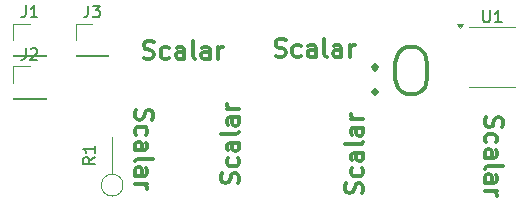
<source format=gbr>
%TF.GenerationSoftware,KiCad,Pcbnew,9.0.1*%
%TF.CreationDate,2025-07-31T19:05:46-04:00*%
%TF.ProjectId,droneled,64726f6e-656c-4656-942e-6b696361645f,rev?*%
%TF.SameCoordinates,Original*%
%TF.FileFunction,Legend,Top*%
%TF.FilePolarity,Positive*%
%FSLAX46Y46*%
G04 Gerber Fmt 4.6, Leading zero omitted, Abs format (unit mm)*
G04 Created by KiCad (PCBNEW 9.0.1) date 2025-07-31 19:05:46*
%MOMM*%
%LPD*%
G01*
G04 APERTURE LIST*
%ADD10C,0.300000*%
%ADD11C,0.150000*%
%ADD12C,0.120000*%
G04 APERTURE END LIST*
D10*
X145663082Y-112949400D02*
X145877368Y-113020828D01*
X145877368Y-113020828D02*
X146234510Y-113020828D01*
X146234510Y-113020828D02*
X146377368Y-112949400D01*
X146377368Y-112949400D02*
X146448796Y-112877971D01*
X146448796Y-112877971D02*
X146520225Y-112735114D01*
X146520225Y-112735114D02*
X146520225Y-112592257D01*
X146520225Y-112592257D02*
X146448796Y-112449400D01*
X146448796Y-112449400D02*
X146377368Y-112377971D01*
X146377368Y-112377971D02*
X146234510Y-112306542D01*
X146234510Y-112306542D02*
X145948796Y-112235114D01*
X145948796Y-112235114D02*
X145805939Y-112163685D01*
X145805939Y-112163685D02*
X145734510Y-112092257D01*
X145734510Y-112092257D02*
X145663082Y-111949400D01*
X145663082Y-111949400D02*
X145663082Y-111806542D01*
X145663082Y-111806542D02*
X145734510Y-111663685D01*
X145734510Y-111663685D02*
X145805939Y-111592257D01*
X145805939Y-111592257D02*
X145948796Y-111520828D01*
X145948796Y-111520828D02*
X146305939Y-111520828D01*
X146305939Y-111520828D02*
X146520225Y-111592257D01*
X147805939Y-112949400D02*
X147663081Y-113020828D01*
X147663081Y-113020828D02*
X147377367Y-113020828D01*
X147377367Y-113020828D02*
X147234510Y-112949400D01*
X147234510Y-112949400D02*
X147163081Y-112877971D01*
X147163081Y-112877971D02*
X147091653Y-112735114D01*
X147091653Y-112735114D02*
X147091653Y-112306542D01*
X147091653Y-112306542D02*
X147163081Y-112163685D01*
X147163081Y-112163685D02*
X147234510Y-112092257D01*
X147234510Y-112092257D02*
X147377367Y-112020828D01*
X147377367Y-112020828D02*
X147663081Y-112020828D01*
X147663081Y-112020828D02*
X147805939Y-112092257D01*
X149091653Y-113020828D02*
X149091653Y-112235114D01*
X149091653Y-112235114D02*
X149020224Y-112092257D01*
X149020224Y-112092257D02*
X148877367Y-112020828D01*
X148877367Y-112020828D02*
X148591653Y-112020828D01*
X148591653Y-112020828D02*
X148448795Y-112092257D01*
X149091653Y-112949400D02*
X148948795Y-113020828D01*
X148948795Y-113020828D02*
X148591653Y-113020828D01*
X148591653Y-113020828D02*
X148448795Y-112949400D01*
X148448795Y-112949400D02*
X148377367Y-112806542D01*
X148377367Y-112806542D02*
X148377367Y-112663685D01*
X148377367Y-112663685D02*
X148448795Y-112520828D01*
X148448795Y-112520828D02*
X148591653Y-112449400D01*
X148591653Y-112449400D02*
X148948795Y-112449400D01*
X148948795Y-112449400D02*
X149091653Y-112377971D01*
X150020224Y-113020828D02*
X149877367Y-112949400D01*
X149877367Y-112949400D02*
X149805938Y-112806542D01*
X149805938Y-112806542D02*
X149805938Y-111520828D01*
X151234510Y-113020828D02*
X151234510Y-112235114D01*
X151234510Y-112235114D02*
X151163081Y-112092257D01*
X151163081Y-112092257D02*
X151020224Y-112020828D01*
X151020224Y-112020828D02*
X150734510Y-112020828D01*
X150734510Y-112020828D02*
X150591652Y-112092257D01*
X151234510Y-112949400D02*
X151091652Y-113020828D01*
X151091652Y-113020828D02*
X150734510Y-113020828D01*
X150734510Y-113020828D02*
X150591652Y-112949400D01*
X150591652Y-112949400D02*
X150520224Y-112806542D01*
X150520224Y-112806542D02*
X150520224Y-112663685D01*
X150520224Y-112663685D02*
X150591652Y-112520828D01*
X150591652Y-112520828D02*
X150734510Y-112449400D01*
X150734510Y-112449400D02*
X151091652Y-112449400D01*
X151091652Y-112449400D02*
X151234510Y-112377971D01*
X151948795Y-113020828D02*
X151948795Y-112020828D01*
X151948795Y-112306542D02*
X152020224Y-112163685D01*
X152020224Y-112163685D02*
X152091653Y-112092257D01*
X152091653Y-112092257D02*
X152234510Y-112020828D01*
X152234510Y-112020828D02*
X152377367Y-112020828D01*
X174630600Y-117963082D02*
X174559171Y-118177368D01*
X174559171Y-118177368D02*
X174559171Y-118534510D01*
X174559171Y-118534510D02*
X174630600Y-118677368D01*
X174630600Y-118677368D02*
X174702028Y-118748796D01*
X174702028Y-118748796D02*
X174844885Y-118820225D01*
X174844885Y-118820225D02*
X174987742Y-118820225D01*
X174987742Y-118820225D02*
X175130600Y-118748796D01*
X175130600Y-118748796D02*
X175202028Y-118677368D01*
X175202028Y-118677368D02*
X175273457Y-118534510D01*
X175273457Y-118534510D02*
X175344885Y-118248796D01*
X175344885Y-118248796D02*
X175416314Y-118105939D01*
X175416314Y-118105939D02*
X175487742Y-118034510D01*
X175487742Y-118034510D02*
X175630600Y-117963082D01*
X175630600Y-117963082D02*
X175773457Y-117963082D01*
X175773457Y-117963082D02*
X175916314Y-118034510D01*
X175916314Y-118034510D02*
X175987742Y-118105939D01*
X175987742Y-118105939D02*
X176059171Y-118248796D01*
X176059171Y-118248796D02*
X176059171Y-118605939D01*
X176059171Y-118605939D02*
X175987742Y-118820225D01*
X174630600Y-120105939D02*
X174559171Y-119963081D01*
X174559171Y-119963081D02*
X174559171Y-119677367D01*
X174559171Y-119677367D02*
X174630600Y-119534510D01*
X174630600Y-119534510D02*
X174702028Y-119463081D01*
X174702028Y-119463081D02*
X174844885Y-119391653D01*
X174844885Y-119391653D02*
X175273457Y-119391653D01*
X175273457Y-119391653D02*
X175416314Y-119463081D01*
X175416314Y-119463081D02*
X175487742Y-119534510D01*
X175487742Y-119534510D02*
X175559171Y-119677367D01*
X175559171Y-119677367D02*
X175559171Y-119963081D01*
X175559171Y-119963081D02*
X175487742Y-120105939D01*
X174559171Y-121391653D02*
X175344885Y-121391653D01*
X175344885Y-121391653D02*
X175487742Y-121320224D01*
X175487742Y-121320224D02*
X175559171Y-121177367D01*
X175559171Y-121177367D02*
X175559171Y-120891653D01*
X175559171Y-120891653D02*
X175487742Y-120748795D01*
X174630600Y-121391653D02*
X174559171Y-121248795D01*
X174559171Y-121248795D02*
X174559171Y-120891653D01*
X174559171Y-120891653D02*
X174630600Y-120748795D01*
X174630600Y-120748795D02*
X174773457Y-120677367D01*
X174773457Y-120677367D02*
X174916314Y-120677367D01*
X174916314Y-120677367D02*
X175059171Y-120748795D01*
X175059171Y-120748795D02*
X175130600Y-120891653D01*
X175130600Y-120891653D02*
X175130600Y-121248795D01*
X175130600Y-121248795D02*
X175202028Y-121391653D01*
X174559171Y-122320224D02*
X174630600Y-122177367D01*
X174630600Y-122177367D02*
X174773457Y-122105938D01*
X174773457Y-122105938D02*
X176059171Y-122105938D01*
X174559171Y-123534510D02*
X175344885Y-123534510D01*
X175344885Y-123534510D02*
X175487742Y-123463081D01*
X175487742Y-123463081D02*
X175559171Y-123320224D01*
X175559171Y-123320224D02*
X175559171Y-123034510D01*
X175559171Y-123034510D02*
X175487742Y-122891652D01*
X174630600Y-123534510D02*
X174559171Y-123391652D01*
X174559171Y-123391652D02*
X174559171Y-123034510D01*
X174559171Y-123034510D02*
X174630600Y-122891652D01*
X174630600Y-122891652D02*
X174773457Y-122820224D01*
X174773457Y-122820224D02*
X174916314Y-122820224D01*
X174916314Y-122820224D02*
X175059171Y-122891652D01*
X175059171Y-122891652D02*
X175130600Y-123034510D01*
X175130600Y-123034510D02*
X175130600Y-123391652D01*
X175130600Y-123391652D02*
X175202028Y-123534510D01*
X174559171Y-124248795D02*
X175559171Y-124248795D01*
X175273457Y-124248795D02*
X175416314Y-124320224D01*
X175416314Y-124320224D02*
X175487742Y-124391653D01*
X175487742Y-124391653D02*
X175559171Y-124534510D01*
X175559171Y-124534510D02*
X175559171Y-124677367D01*
X153659400Y-123566917D02*
X153730828Y-123352632D01*
X153730828Y-123352632D02*
X153730828Y-122995489D01*
X153730828Y-122995489D02*
X153659400Y-122852632D01*
X153659400Y-122852632D02*
X153587971Y-122781203D01*
X153587971Y-122781203D02*
X153445114Y-122709774D01*
X153445114Y-122709774D02*
X153302257Y-122709774D01*
X153302257Y-122709774D02*
X153159400Y-122781203D01*
X153159400Y-122781203D02*
X153087971Y-122852632D01*
X153087971Y-122852632D02*
X153016542Y-122995489D01*
X153016542Y-122995489D02*
X152945114Y-123281203D01*
X152945114Y-123281203D02*
X152873685Y-123424060D01*
X152873685Y-123424060D02*
X152802257Y-123495489D01*
X152802257Y-123495489D02*
X152659400Y-123566917D01*
X152659400Y-123566917D02*
X152516542Y-123566917D01*
X152516542Y-123566917D02*
X152373685Y-123495489D01*
X152373685Y-123495489D02*
X152302257Y-123424060D01*
X152302257Y-123424060D02*
X152230828Y-123281203D01*
X152230828Y-123281203D02*
X152230828Y-122924060D01*
X152230828Y-122924060D02*
X152302257Y-122709774D01*
X153659400Y-121424061D02*
X153730828Y-121566918D01*
X153730828Y-121566918D02*
X153730828Y-121852632D01*
X153730828Y-121852632D02*
X153659400Y-121995489D01*
X153659400Y-121995489D02*
X153587971Y-122066918D01*
X153587971Y-122066918D02*
X153445114Y-122138346D01*
X153445114Y-122138346D02*
X153016542Y-122138346D01*
X153016542Y-122138346D02*
X152873685Y-122066918D01*
X152873685Y-122066918D02*
X152802257Y-121995489D01*
X152802257Y-121995489D02*
X152730828Y-121852632D01*
X152730828Y-121852632D02*
X152730828Y-121566918D01*
X152730828Y-121566918D02*
X152802257Y-121424061D01*
X153730828Y-120138347D02*
X152945114Y-120138347D01*
X152945114Y-120138347D02*
X152802257Y-120209775D01*
X152802257Y-120209775D02*
X152730828Y-120352632D01*
X152730828Y-120352632D02*
X152730828Y-120638347D01*
X152730828Y-120638347D02*
X152802257Y-120781204D01*
X153659400Y-120138347D02*
X153730828Y-120281204D01*
X153730828Y-120281204D02*
X153730828Y-120638347D01*
X153730828Y-120638347D02*
X153659400Y-120781204D01*
X153659400Y-120781204D02*
X153516542Y-120852632D01*
X153516542Y-120852632D02*
X153373685Y-120852632D01*
X153373685Y-120852632D02*
X153230828Y-120781204D01*
X153230828Y-120781204D02*
X153159400Y-120638347D01*
X153159400Y-120638347D02*
X153159400Y-120281204D01*
X153159400Y-120281204D02*
X153087971Y-120138347D01*
X153730828Y-119209775D02*
X153659400Y-119352632D01*
X153659400Y-119352632D02*
X153516542Y-119424061D01*
X153516542Y-119424061D02*
X152230828Y-119424061D01*
X153730828Y-117995490D02*
X152945114Y-117995490D01*
X152945114Y-117995490D02*
X152802257Y-118066918D01*
X152802257Y-118066918D02*
X152730828Y-118209775D01*
X152730828Y-118209775D02*
X152730828Y-118495490D01*
X152730828Y-118495490D02*
X152802257Y-118638347D01*
X153659400Y-117995490D02*
X153730828Y-118138347D01*
X153730828Y-118138347D02*
X153730828Y-118495490D01*
X153730828Y-118495490D02*
X153659400Y-118638347D01*
X153659400Y-118638347D02*
X153516542Y-118709775D01*
X153516542Y-118709775D02*
X153373685Y-118709775D01*
X153373685Y-118709775D02*
X153230828Y-118638347D01*
X153230828Y-118638347D02*
X153159400Y-118495490D01*
X153159400Y-118495490D02*
X153159400Y-118138347D01*
X153159400Y-118138347D02*
X153087971Y-117995490D01*
X153730828Y-117281204D02*
X152730828Y-117281204D01*
X153016542Y-117281204D02*
X152873685Y-117209775D01*
X152873685Y-117209775D02*
X152802257Y-117138347D01*
X152802257Y-117138347D02*
X152730828Y-116995489D01*
X152730828Y-116995489D02*
X152730828Y-116852632D01*
X165259748Y-115653923D02*
X165450225Y-115844400D01*
X165450225Y-115844400D02*
X165259748Y-116034876D01*
X165259748Y-116034876D02*
X165069272Y-115844400D01*
X165069272Y-115844400D02*
X165259748Y-115653923D01*
X165259748Y-115653923D02*
X165259748Y-116034876D01*
X165259748Y-113558685D02*
X165450225Y-113749161D01*
X165450225Y-113749161D02*
X165259748Y-113939638D01*
X165259748Y-113939638D02*
X165069272Y-113749161D01*
X165069272Y-113749161D02*
X165259748Y-113558685D01*
X165259748Y-113558685D02*
X165259748Y-113939638D01*
X167926415Y-112034876D02*
X168688320Y-112034876D01*
X168688320Y-112034876D02*
X169069272Y-112225352D01*
X169069272Y-112225352D02*
X169450225Y-112606304D01*
X169450225Y-112606304D02*
X169640701Y-113368209D01*
X169640701Y-113368209D02*
X169640701Y-114701542D01*
X169640701Y-114701542D02*
X169450225Y-115463447D01*
X169450225Y-115463447D02*
X169069272Y-115844400D01*
X169069272Y-115844400D02*
X168688320Y-116034876D01*
X168688320Y-116034876D02*
X167926415Y-116034876D01*
X167926415Y-116034876D02*
X167545463Y-115844400D01*
X167545463Y-115844400D02*
X167164510Y-115463447D01*
X167164510Y-115463447D02*
X166974034Y-114701542D01*
X166974034Y-114701542D02*
X166974034Y-113368209D01*
X166974034Y-113368209D02*
X167164510Y-112606304D01*
X167164510Y-112606304D02*
X167545463Y-112225352D01*
X167545463Y-112225352D02*
X167926415Y-112034876D01*
X164169400Y-124416917D02*
X164240828Y-124202632D01*
X164240828Y-124202632D02*
X164240828Y-123845489D01*
X164240828Y-123845489D02*
X164169400Y-123702632D01*
X164169400Y-123702632D02*
X164097971Y-123631203D01*
X164097971Y-123631203D02*
X163955114Y-123559774D01*
X163955114Y-123559774D02*
X163812257Y-123559774D01*
X163812257Y-123559774D02*
X163669400Y-123631203D01*
X163669400Y-123631203D02*
X163597971Y-123702632D01*
X163597971Y-123702632D02*
X163526542Y-123845489D01*
X163526542Y-123845489D02*
X163455114Y-124131203D01*
X163455114Y-124131203D02*
X163383685Y-124274060D01*
X163383685Y-124274060D02*
X163312257Y-124345489D01*
X163312257Y-124345489D02*
X163169400Y-124416917D01*
X163169400Y-124416917D02*
X163026542Y-124416917D01*
X163026542Y-124416917D02*
X162883685Y-124345489D01*
X162883685Y-124345489D02*
X162812257Y-124274060D01*
X162812257Y-124274060D02*
X162740828Y-124131203D01*
X162740828Y-124131203D02*
X162740828Y-123774060D01*
X162740828Y-123774060D02*
X162812257Y-123559774D01*
X164169400Y-122274061D02*
X164240828Y-122416918D01*
X164240828Y-122416918D02*
X164240828Y-122702632D01*
X164240828Y-122702632D02*
X164169400Y-122845489D01*
X164169400Y-122845489D02*
X164097971Y-122916918D01*
X164097971Y-122916918D02*
X163955114Y-122988346D01*
X163955114Y-122988346D02*
X163526542Y-122988346D01*
X163526542Y-122988346D02*
X163383685Y-122916918D01*
X163383685Y-122916918D02*
X163312257Y-122845489D01*
X163312257Y-122845489D02*
X163240828Y-122702632D01*
X163240828Y-122702632D02*
X163240828Y-122416918D01*
X163240828Y-122416918D02*
X163312257Y-122274061D01*
X164240828Y-120988347D02*
X163455114Y-120988347D01*
X163455114Y-120988347D02*
X163312257Y-121059775D01*
X163312257Y-121059775D02*
X163240828Y-121202632D01*
X163240828Y-121202632D02*
X163240828Y-121488347D01*
X163240828Y-121488347D02*
X163312257Y-121631204D01*
X164169400Y-120988347D02*
X164240828Y-121131204D01*
X164240828Y-121131204D02*
X164240828Y-121488347D01*
X164240828Y-121488347D02*
X164169400Y-121631204D01*
X164169400Y-121631204D02*
X164026542Y-121702632D01*
X164026542Y-121702632D02*
X163883685Y-121702632D01*
X163883685Y-121702632D02*
X163740828Y-121631204D01*
X163740828Y-121631204D02*
X163669400Y-121488347D01*
X163669400Y-121488347D02*
X163669400Y-121131204D01*
X163669400Y-121131204D02*
X163597971Y-120988347D01*
X164240828Y-120059775D02*
X164169400Y-120202632D01*
X164169400Y-120202632D02*
X164026542Y-120274061D01*
X164026542Y-120274061D02*
X162740828Y-120274061D01*
X164240828Y-118845490D02*
X163455114Y-118845490D01*
X163455114Y-118845490D02*
X163312257Y-118916918D01*
X163312257Y-118916918D02*
X163240828Y-119059775D01*
X163240828Y-119059775D02*
X163240828Y-119345490D01*
X163240828Y-119345490D02*
X163312257Y-119488347D01*
X164169400Y-118845490D02*
X164240828Y-118988347D01*
X164240828Y-118988347D02*
X164240828Y-119345490D01*
X164240828Y-119345490D02*
X164169400Y-119488347D01*
X164169400Y-119488347D02*
X164026542Y-119559775D01*
X164026542Y-119559775D02*
X163883685Y-119559775D01*
X163883685Y-119559775D02*
X163740828Y-119488347D01*
X163740828Y-119488347D02*
X163669400Y-119345490D01*
X163669400Y-119345490D02*
X163669400Y-118988347D01*
X163669400Y-118988347D02*
X163597971Y-118845490D01*
X164240828Y-118131204D02*
X163240828Y-118131204D01*
X163526542Y-118131204D02*
X163383685Y-118059775D01*
X163383685Y-118059775D02*
X163312257Y-117988347D01*
X163312257Y-117988347D02*
X163240828Y-117845489D01*
X163240828Y-117845489D02*
X163240828Y-117702632D01*
X145030600Y-117343082D02*
X144959171Y-117557368D01*
X144959171Y-117557368D02*
X144959171Y-117914510D01*
X144959171Y-117914510D02*
X145030600Y-118057368D01*
X145030600Y-118057368D02*
X145102028Y-118128796D01*
X145102028Y-118128796D02*
X145244885Y-118200225D01*
X145244885Y-118200225D02*
X145387742Y-118200225D01*
X145387742Y-118200225D02*
X145530600Y-118128796D01*
X145530600Y-118128796D02*
X145602028Y-118057368D01*
X145602028Y-118057368D02*
X145673457Y-117914510D01*
X145673457Y-117914510D02*
X145744885Y-117628796D01*
X145744885Y-117628796D02*
X145816314Y-117485939D01*
X145816314Y-117485939D02*
X145887742Y-117414510D01*
X145887742Y-117414510D02*
X146030600Y-117343082D01*
X146030600Y-117343082D02*
X146173457Y-117343082D01*
X146173457Y-117343082D02*
X146316314Y-117414510D01*
X146316314Y-117414510D02*
X146387742Y-117485939D01*
X146387742Y-117485939D02*
X146459171Y-117628796D01*
X146459171Y-117628796D02*
X146459171Y-117985939D01*
X146459171Y-117985939D02*
X146387742Y-118200225D01*
X145030600Y-119485939D02*
X144959171Y-119343081D01*
X144959171Y-119343081D02*
X144959171Y-119057367D01*
X144959171Y-119057367D02*
X145030600Y-118914510D01*
X145030600Y-118914510D02*
X145102028Y-118843081D01*
X145102028Y-118843081D02*
X145244885Y-118771653D01*
X145244885Y-118771653D02*
X145673457Y-118771653D01*
X145673457Y-118771653D02*
X145816314Y-118843081D01*
X145816314Y-118843081D02*
X145887742Y-118914510D01*
X145887742Y-118914510D02*
X145959171Y-119057367D01*
X145959171Y-119057367D02*
X145959171Y-119343081D01*
X145959171Y-119343081D02*
X145887742Y-119485939D01*
X144959171Y-120771653D02*
X145744885Y-120771653D01*
X145744885Y-120771653D02*
X145887742Y-120700224D01*
X145887742Y-120700224D02*
X145959171Y-120557367D01*
X145959171Y-120557367D02*
X145959171Y-120271653D01*
X145959171Y-120271653D02*
X145887742Y-120128795D01*
X145030600Y-120771653D02*
X144959171Y-120628795D01*
X144959171Y-120628795D02*
X144959171Y-120271653D01*
X144959171Y-120271653D02*
X145030600Y-120128795D01*
X145030600Y-120128795D02*
X145173457Y-120057367D01*
X145173457Y-120057367D02*
X145316314Y-120057367D01*
X145316314Y-120057367D02*
X145459171Y-120128795D01*
X145459171Y-120128795D02*
X145530600Y-120271653D01*
X145530600Y-120271653D02*
X145530600Y-120628795D01*
X145530600Y-120628795D02*
X145602028Y-120771653D01*
X144959171Y-121700224D02*
X145030600Y-121557367D01*
X145030600Y-121557367D02*
X145173457Y-121485938D01*
X145173457Y-121485938D02*
X146459171Y-121485938D01*
X144959171Y-122914510D02*
X145744885Y-122914510D01*
X145744885Y-122914510D02*
X145887742Y-122843081D01*
X145887742Y-122843081D02*
X145959171Y-122700224D01*
X145959171Y-122700224D02*
X145959171Y-122414510D01*
X145959171Y-122414510D02*
X145887742Y-122271652D01*
X145030600Y-122914510D02*
X144959171Y-122771652D01*
X144959171Y-122771652D02*
X144959171Y-122414510D01*
X144959171Y-122414510D02*
X145030600Y-122271652D01*
X145030600Y-122271652D02*
X145173457Y-122200224D01*
X145173457Y-122200224D02*
X145316314Y-122200224D01*
X145316314Y-122200224D02*
X145459171Y-122271652D01*
X145459171Y-122271652D02*
X145530600Y-122414510D01*
X145530600Y-122414510D02*
X145530600Y-122771652D01*
X145530600Y-122771652D02*
X145602028Y-122914510D01*
X144959171Y-123628795D02*
X145959171Y-123628795D01*
X145673457Y-123628795D02*
X145816314Y-123700224D01*
X145816314Y-123700224D02*
X145887742Y-123771653D01*
X145887742Y-123771653D02*
X145959171Y-123914510D01*
X145959171Y-123914510D02*
X145959171Y-124057367D01*
X156823082Y-112789400D02*
X157037368Y-112860828D01*
X157037368Y-112860828D02*
X157394510Y-112860828D01*
X157394510Y-112860828D02*
X157537368Y-112789400D01*
X157537368Y-112789400D02*
X157608796Y-112717971D01*
X157608796Y-112717971D02*
X157680225Y-112575114D01*
X157680225Y-112575114D02*
X157680225Y-112432257D01*
X157680225Y-112432257D02*
X157608796Y-112289400D01*
X157608796Y-112289400D02*
X157537368Y-112217971D01*
X157537368Y-112217971D02*
X157394510Y-112146542D01*
X157394510Y-112146542D02*
X157108796Y-112075114D01*
X157108796Y-112075114D02*
X156965939Y-112003685D01*
X156965939Y-112003685D02*
X156894510Y-111932257D01*
X156894510Y-111932257D02*
X156823082Y-111789400D01*
X156823082Y-111789400D02*
X156823082Y-111646542D01*
X156823082Y-111646542D02*
X156894510Y-111503685D01*
X156894510Y-111503685D02*
X156965939Y-111432257D01*
X156965939Y-111432257D02*
X157108796Y-111360828D01*
X157108796Y-111360828D02*
X157465939Y-111360828D01*
X157465939Y-111360828D02*
X157680225Y-111432257D01*
X158965939Y-112789400D02*
X158823081Y-112860828D01*
X158823081Y-112860828D02*
X158537367Y-112860828D01*
X158537367Y-112860828D02*
X158394510Y-112789400D01*
X158394510Y-112789400D02*
X158323081Y-112717971D01*
X158323081Y-112717971D02*
X158251653Y-112575114D01*
X158251653Y-112575114D02*
X158251653Y-112146542D01*
X158251653Y-112146542D02*
X158323081Y-112003685D01*
X158323081Y-112003685D02*
X158394510Y-111932257D01*
X158394510Y-111932257D02*
X158537367Y-111860828D01*
X158537367Y-111860828D02*
X158823081Y-111860828D01*
X158823081Y-111860828D02*
X158965939Y-111932257D01*
X160251653Y-112860828D02*
X160251653Y-112075114D01*
X160251653Y-112075114D02*
X160180224Y-111932257D01*
X160180224Y-111932257D02*
X160037367Y-111860828D01*
X160037367Y-111860828D02*
X159751653Y-111860828D01*
X159751653Y-111860828D02*
X159608795Y-111932257D01*
X160251653Y-112789400D02*
X160108795Y-112860828D01*
X160108795Y-112860828D02*
X159751653Y-112860828D01*
X159751653Y-112860828D02*
X159608795Y-112789400D01*
X159608795Y-112789400D02*
X159537367Y-112646542D01*
X159537367Y-112646542D02*
X159537367Y-112503685D01*
X159537367Y-112503685D02*
X159608795Y-112360828D01*
X159608795Y-112360828D02*
X159751653Y-112289400D01*
X159751653Y-112289400D02*
X160108795Y-112289400D01*
X160108795Y-112289400D02*
X160251653Y-112217971D01*
X161180224Y-112860828D02*
X161037367Y-112789400D01*
X161037367Y-112789400D02*
X160965938Y-112646542D01*
X160965938Y-112646542D02*
X160965938Y-111360828D01*
X162394510Y-112860828D02*
X162394510Y-112075114D01*
X162394510Y-112075114D02*
X162323081Y-111932257D01*
X162323081Y-111932257D02*
X162180224Y-111860828D01*
X162180224Y-111860828D02*
X161894510Y-111860828D01*
X161894510Y-111860828D02*
X161751652Y-111932257D01*
X162394510Y-112789400D02*
X162251652Y-112860828D01*
X162251652Y-112860828D02*
X161894510Y-112860828D01*
X161894510Y-112860828D02*
X161751652Y-112789400D01*
X161751652Y-112789400D02*
X161680224Y-112646542D01*
X161680224Y-112646542D02*
X161680224Y-112503685D01*
X161680224Y-112503685D02*
X161751652Y-112360828D01*
X161751652Y-112360828D02*
X161894510Y-112289400D01*
X161894510Y-112289400D02*
X162251652Y-112289400D01*
X162251652Y-112289400D02*
X162394510Y-112217971D01*
X163108795Y-112860828D02*
X163108795Y-111860828D01*
X163108795Y-112146542D02*
X163180224Y-112003685D01*
X163180224Y-112003685D02*
X163251653Y-111932257D01*
X163251653Y-111932257D02*
X163394510Y-111860828D01*
X163394510Y-111860828D02*
X163537367Y-111860828D01*
D11*
X141524819Y-121356666D02*
X141048628Y-121689999D01*
X141524819Y-121928094D02*
X140524819Y-121928094D01*
X140524819Y-121928094D02*
X140524819Y-121547142D01*
X140524819Y-121547142D02*
X140572438Y-121451904D01*
X140572438Y-121451904D02*
X140620057Y-121404285D01*
X140620057Y-121404285D02*
X140715295Y-121356666D01*
X140715295Y-121356666D02*
X140858152Y-121356666D01*
X140858152Y-121356666D02*
X140953390Y-121404285D01*
X140953390Y-121404285D02*
X141001009Y-121451904D01*
X141001009Y-121451904D02*
X141048628Y-121547142D01*
X141048628Y-121547142D02*
X141048628Y-121928094D01*
X141524819Y-120404285D02*
X141524819Y-120975713D01*
X141524819Y-120689999D02*
X140524819Y-120689999D01*
X140524819Y-120689999D02*
X140667676Y-120785237D01*
X140667676Y-120785237D02*
X140762914Y-120880475D01*
X140762914Y-120880475D02*
X140810533Y-120975713D01*
X140946666Y-108524819D02*
X140946666Y-109239104D01*
X140946666Y-109239104D02*
X140899047Y-109381961D01*
X140899047Y-109381961D02*
X140803809Y-109477200D01*
X140803809Y-109477200D02*
X140660952Y-109524819D01*
X140660952Y-109524819D02*
X140565714Y-109524819D01*
X141327619Y-108524819D02*
X141946666Y-108524819D01*
X141946666Y-108524819D02*
X141613333Y-108905771D01*
X141613333Y-108905771D02*
X141756190Y-108905771D01*
X141756190Y-108905771D02*
X141851428Y-108953390D01*
X141851428Y-108953390D02*
X141899047Y-109001009D01*
X141899047Y-109001009D02*
X141946666Y-109096247D01*
X141946666Y-109096247D02*
X141946666Y-109334342D01*
X141946666Y-109334342D02*
X141899047Y-109429580D01*
X141899047Y-109429580D02*
X141851428Y-109477200D01*
X141851428Y-109477200D02*
X141756190Y-109524819D01*
X141756190Y-109524819D02*
X141470476Y-109524819D01*
X141470476Y-109524819D02*
X141375238Y-109477200D01*
X141375238Y-109477200D02*
X141327619Y-109429580D01*
X135666666Y-112124819D02*
X135666666Y-112839104D01*
X135666666Y-112839104D02*
X135619047Y-112981961D01*
X135619047Y-112981961D02*
X135523809Y-113077200D01*
X135523809Y-113077200D02*
X135380952Y-113124819D01*
X135380952Y-113124819D02*
X135285714Y-113124819D01*
X136095238Y-112220057D02*
X136142857Y-112172438D01*
X136142857Y-112172438D02*
X136238095Y-112124819D01*
X136238095Y-112124819D02*
X136476190Y-112124819D01*
X136476190Y-112124819D02*
X136571428Y-112172438D01*
X136571428Y-112172438D02*
X136619047Y-112220057D01*
X136619047Y-112220057D02*
X136666666Y-112315295D01*
X136666666Y-112315295D02*
X136666666Y-112410533D01*
X136666666Y-112410533D02*
X136619047Y-112553390D01*
X136619047Y-112553390D02*
X136047619Y-113124819D01*
X136047619Y-113124819D02*
X136666666Y-113124819D01*
X174398095Y-108924819D02*
X174398095Y-109734342D01*
X174398095Y-109734342D02*
X174445714Y-109829580D01*
X174445714Y-109829580D02*
X174493333Y-109877200D01*
X174493333Y-109877200D02*
X174588571Y-109924819D01*
X174588571Y-109924819D02*
X174779047Y-109924819D01*
X174779047Y-109924819D02*
X174874285Y-109877200D01*
X174874285Y-109877200D02*
X174921904Y-109829580D01*
X174921904Y-109829580D02*
X174969523Y-109734342D01*
X174969523Y-109734342D02*
X174969523Y-108924819D01*
X175969523Y-109924819D02*
X175398095Y-109924819D01*
X175683809Y-109924819D02*
X175683809Y-108924819D01*
X175683809Y-108924819D02*
X175588571Y-109067676D01*
X175588571Y-109067676D02*
X175493333Y-109162914D01*
X175493333Y-109162914D02*
X175398095Y-109210533D01*
X135666666Y-108514819D02*
X135666666Y-109229104D01*
X135666666Y-109229104D02*
X135619047Y-109371961D01*
X135619047Y-109371961D02*
X135523809Y-109467200D01*
X135523809Y-109467200D02*
X135380952Y-109514819D01*
X135380952Y-109514819D02*
X135285714Y-109514819D01*
X136666666Y-109514819D02*
X136095238Y-109514819D01*
X136380952Y-109514819D02*
X136380952Y-108514819D01*
X136380952Y-108514819D02*
X136285714Y-108657676D01*
X136285714Y-108657676D02*
X136190476Y-108752914D01*
X136190476Y-108752914D02*
X136095238Y-108800533D01*
D12*
%TO.C,R1*%
X142990000Y-122810000D02*
X142990000Y-119650000D01*
X143910000Y-123730000D02*
G75*
G02*
X142070000Y-123730000I-920000J0D01*
G01*
X142070000Y-123730000D02*
G75*
G02*
X143910000Y-123730000I920000J0D01*
G01*
%TO.C,J3*%
X139900000Y-110070000D02*
X141280000Y-110070000D01*
X139900000Y-111450000D02*
X139900000Y-110070000D01*
X139900000Y-112720000D02*
X139900000Y-112830000D01*
X139900000Y-112720000D02*
X142660000Y-112720000D01*
X139900000Y-112830000D02*
X142660000Y-112830000D01*
X142660000Y-112720000D02*
X142660000Y-112830000D01*
%TO.C,J2*%
X134620000Y-113670000D02*
X136000000Y-113670000D01*
X134620000Y-115050000D02*
X134620000Y-113670000D01*
X134620000Y-116320000D02*
X134620000Y-116430000D01*
X134620000Y-116320000D02*
X137380000Y-116320000D01*
X134620000Y-116430000D02*
X137380000Y-116430000D01*
X137380000Y-116320000D02*
X137380000Y-116430000D01*
%TO.C,U1*%
X175160000Y-110310000D02*
X173210000Y-110310000D01*
X175160000Y-110310000D02*
X177110000Y-110310000D01*
X175160000Y-115430000D02*
X173210000Y-115430000D01*
X175160000Y-115430000D02*
X177110000Y-115430000D01*
X172460000Y-110405000D02*
X172220000Y-110075000D01*
X172700000Y-110075000D01*
X172460000Y-110405000D01*
G36*
X172460000Y-110405000D02*
G01*
X172220000Y-110075000D01*
X172700000Y-110075000D01*
X172460000Y-110405000D01*
G37*
%TO.C,J1*%
X134620000Y-110060000D02*
X136000000Y-110060000D01*
X134620000Y-111440000D02*
X134620000Y-110060000D01*
X134620000Y-112710000D02*
X134620000Y-112820000D01*
X134620000Y-112710000D02*
X137380000Y-112710000D01*
X134620000Y-112820000D02*
X137380000Y-112820000D01*
X137380000Y-112710000D02*
X137380000Y-112820000D01*
%TD*%
M02*

</source>
